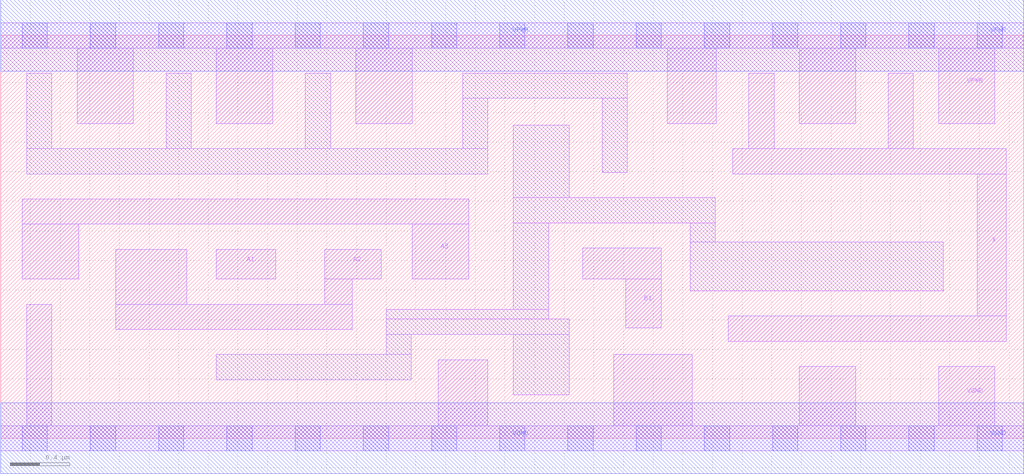
<source format=lef>
# Copyright 2020 The SkyWater PDK Authors
#
# Licensed under the Apache License, Version 2.0 (the "License");
# you may not use this file except in compliance with the License.
# You may obtain a copy of the License at
#
#     https://www.apache.org/licenses/LICENSE-2.0
#
# Unless required by applicable law or agreed to in writing, software
# distributed under the License is distributed on an "AS IS" BASIS,
# WITHOUT WARRANTIES OR CONDITIONS OF ANY KIND, either express or implied.
# See the License for the specific language governing permissions and
# limitations under the License.
#
# SPDX-License-Identifier: Apache-2.0

VERSION 5.7 ;
  NAMESCASESENSITIVE ON ;
  NOWIREEXTENSIONATPIN ON ;
  DIVIDERCHAR "/" ;
  BUSBITCHARS "[]" ;
UNITS
  DATABASE MICRONS 200 ;
END UNITS
PROPERTYDEFINITIONS
  MACRO maskLayoutSubType STRING ;
  MACRO prCellType STRING ;
  MACRO originalViewName STRING ;
END PROPERTYDEFINITIONS
MACRO sky130_fd_sc_hdll__a31o_4
  CLASS CORE ;
  FOREIGN sky130_fd_sc_hdll__a31o_4 ;
  ORIGIN  0.000000  0.000000 ;
  SIZE  6.900000 BY  2.720000 ;
  SYMMETRY X Y R90 ;
  SITE unithd ;
  PIN A1
    ANTENNAGATEAREA  0.555000 ;
    DIRECTION INPUT ;
    USE SIGNAL ;
    PORT
      LAYER li1 ;
        RECT 1.455000 1.075000 1.855000 1.275000 ;
    END
  END A1
  PIN A2
    ANTENNAGATEAREA  0.555000 ;
    DIRECTION INPUT ;
    USE SIGNAL ;
    PORT
      LAYER li1 ;
        RECT 0.775000 0.735000 2.370000 0.905000 ;
        RECT 0.775000 0.905000 1.255000 1.275000 ;
        RECT 2.185000 0.905000 2.370000 1.075000 ;
        RECT 2.185000 1.075000 2.565000 1.275000 ;
    END
  END A2
  PIN A3
    ANTENNAGATEAREA  0.555000 ;
    DIRECTION INPUT ;
    USE SIGNAL ;
    PORT
      LAYER li1 ;
        RECT 0.145000 1.075000 0.525000 1.445000 ;
        RECT 0.145000 1.445000 3.155000 1.615000 ;
        RECT 2.775000 1.075000 3.155000 1.445000 ;
    END
  END A3
  PIN B1
    ANTENNAGATEAREA  0.555000 ;
    DIRECTION INPUT ;
    USE SIGNAL ;
    PORT
      LAYER li1 ;
        RECT 3.925000 1.075000 4.455000 1.285000 ;
        RECT 4.215000 0.745000 4.455000 1.075000 ;
    END
  END B1
  PIN VGND
    ANTENNADIFFAREA  1.404000 ;
    DIRECTION INOUT ;
    USE SIGNAL ;
    PORT
      LAYER li1 ;
        RECT 0.000000 -0.085000 6.900000 0.085000 ;
        RECT 0.175000  0.085000 0.345000 0.905000 ;
        RECT 2.950000  0.085000 3.285000 0.530000 ;
        RECT 4.135000  0.085000 4.665000 0.565000 ;
        RECT 5.385000  0.085000 5.765000 0.485000 ;
        RECT 6.325000  0.085000 6.705000 0.485000 ;
      LAYER mcon ;
        RECT 0.145000 -0.085000 0.315000 0.085000 ;
        RECT 0.605000 -0.085000 0.775000 0.085000 ;
        RECT 1.065000 -0.085000 1.235000 0.085000 ;
        RECT 1.525000 -0.085000 1.695000 0.085000 ;
        RECT 1.985000 -0.085000 2.155000 0.085000 ;
        RECT 2.445000 -0.085000 2.615000 0.085000 ;
        RECT 2.905000 -0.085000 3.075000 0.085000 ;
        RECT 3.365000 -0.085000 3.535000 0.085000 ;
        RECT 3.825000 -0.085000 3.995000 0.085000 ;
        RECT 4.285000 -0.085000 4.455000 0.085000 ;
        RECT 4.745000 -0.085000 4.915000 0.085000 ;
        RECT 5.205000 -0.085000 5.375000 0.085000 ;
        RECT 5.665000 -0.085000 5.835000 0.085000 ;
        RECT 6.125000 -0.085000 6.295000 0.085000 ;
        RECT 6.585000 -0.085000 6.755000 0.085000 ;
      LAYER met1 ;
        RECT 0.000000 -0.240000 6.900000 0.240000 ;
    END
  END VGND
  PIN VPWR
    ANTENNADIFFAREA  1.760000 ;
    DIRECTION INOUT ;
    USE SIGNAL ;
    PORT
      LAYER li1 ;
        RECT 0.000000 2.635000 6.900000 2.805000 ;
        RECT 0.515000 2.125000 0.895000 2.635000 ;
        RECT 1.455000 2.125000 1.835000 2.635000 ;
        RECT 2.395000 2.125000 2.775000 2.635000 ;
        RECT 4.495000 2.125000 4.825000 2.635000 ;
        RECT 5.385000 2.125000 5.765000 2.635000 ;
        RECT 6.325000 2.125000 6.705000 2.635000 ;
      LAYER mcon ;
        RECT 0.145000 2.635000 0.315000 2.805000 ;
        RECT 0.605000 2.635000 0.775000 2.805000 ;
        RECT 1.065000 2.635000 1.235000 2.805000 ;
        RECT 1.525000 2.635000 1.695000 2.805000 ;
        RECT 1.985000 2.635000 2.155000 2.805000 ;
        RECT 2.445000 2.635000 2.615000 2.805000 ;
        RECT 2.905000 2.635000 3.075000 2.805000 ;
        RECT 3.365000 2.635000 3.535000 2.805000 ;
        RECT 3.825000 2.635000 3.995000 2.805000 ;
        RECT 4.285000 2.635000 4.455000 2.805000 ;
        RECT 4.745000 2.635000 4.915000 2.805000 ;
        RECT 5.205000 2.635000 5.375000 2.805000 ;
        RECT 5.665000 2.635000 5.835000 2.805000 ;
        RECT 6.125000 2.635000 6.295000 2.805000 ;
        RECT 6.585000 2.635000 6.755000 2.805000 ;
      LAYER met1 ;
        RECT 0.000000 2.480000 6.900000 2.960000 ;
    END
  END VPWR
  PIN X
    ANTENNADIFFAREA  0.996000 ;
    DIRECTION OUTPUT ;
    USE SIGNAL ;
    PORT
      LAYER li1 ;
        RECT 4.905000 0.655000 6.780000 0.825000 ;
        RECT 4.935000 1.785000 6.780000 1.955000 ;
        RECT 5.045000 1.955000 5.215000 2.465000 ;
        RECT 5.985000 1.955000 6.155000 2.465000 ;
        RECT 6.585000 0.825000 6.780000 1.785000 ;
    END
  END X
  OBS
    LAYER li1 ;
      RECT 0.175000 1.785000 3.285000 1.955000 ;
      RECT 0.175000 1.955000 0.345000 2.465000 ;
      RECT 1.115000 1.955000 1.285000 2.465000 ;
      RECT 1.455000 0.395000 2.770000 0.565000 ;
      RECT 2.055000 1.955000 2.225000 2.465000 ;
      RECT 2.600000 0.565000 2.770000 0.700000 ;
      RECT 2.600000 0.700000 3.835000 0.805000 ;
      RECT 2.600000 0.805000 3.695000 0.870000 ;
      RECT 3.115000 1.955000 3.285000 2.295000 ;
      RECT 3.115000 2.295000 4.225000 2.465000 ;
      RECT 3.455000 0.295000 3.835000 0.700000 ;
      RECT 3.455000 0.870000 3.695000 1.455000 ;
      RECT 3.455000 1.455000 4.820000 1.625000 ;
      RECT 3.455000 1.625000 3.835000 2.115000 ;
      RECT 4.055000 1.795000 4.225000 2.295000 ;
      RECT 4.650000 0.995000 6.355000 1.325000 ;
      RECT 4.650000 1.325000 4.820000 1.455000 ;
  END
  PROPERTY maskLayoutSubType "abstract" ;
  PROPERTY prCellType "standard" ;
  PROPERTY originalViewName "layout" ;
END sky130_fd_sc_hdll__a31o_4

</source>
